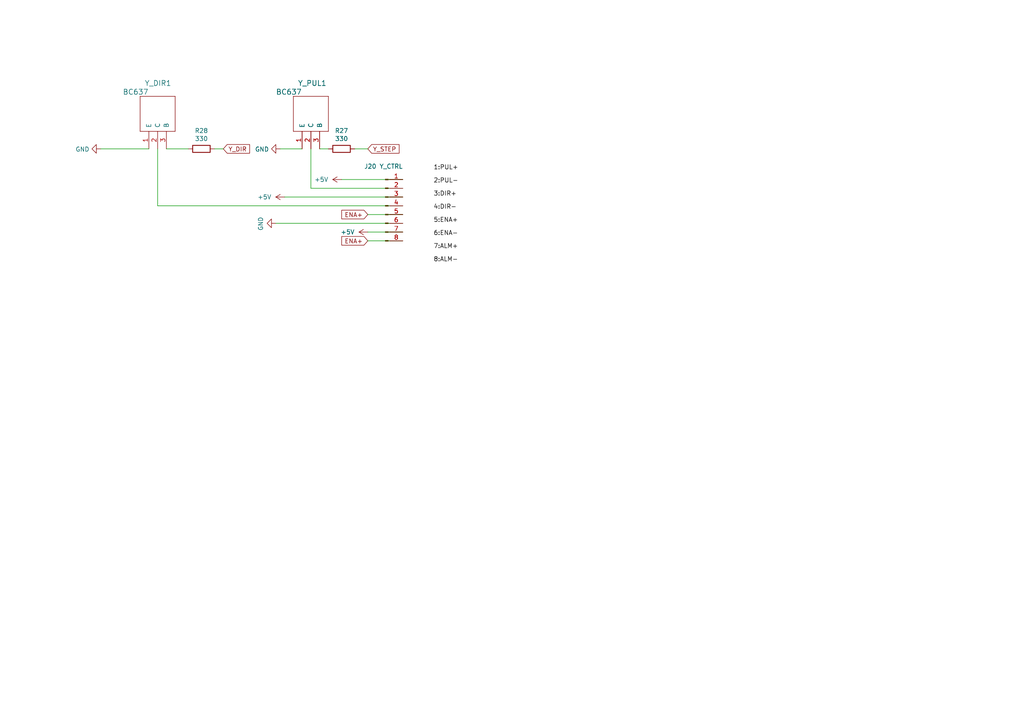
<source format=kicad_sch>
(kicad_sch (version 20211123) (generator eeschema)
  (paper "A4")
  (lib_symbols
    (symbol "Connector:Conn_01x08_Male" (pin_names (offset 1.016) hide)
      (property "Reference" "J" (at 0 10.16 0))
      (property "Value" "Conn_01x08_Male" (at 0 -12.7 0))
      (symbol "Conn_01x08_Male_1_1"
        (polyline (pts (xy 1.27 -10.16) (xy 0.8636 -10.16)) (stroke (width 0.1524)))
        (polyline (pts (xy 1.27 -7.62) (xy 0.8636 -7.62)) (stroke (width 0.1524)))
        (polyline (pts (xy 1.27 -5.08) (xy 0.8636 -5.08)) (stroke (width 0.1524)))
        (polyline (pts (xy 1.27 -2.54) (xy 0.8636 -2.54)) (stroke (width 0.1524)))
        (polyline (pts (xy 1.27 0) (xy 0.8636 0)) (stroke (width 0.1524)))
        (polyline (pts (xy 1.27 2.54) (xy 0.8636 2.54)) (stroke (width 0.1524)))
        (polyline (pts (xy 1.27 5.08) (xy 0.8636 5.08)) (stroke (width 0.1524)))
        (polyline (pts (xy 1.27 7.62) (xy 0.8636 7.62)) (stroke (width 0.1524)))
        (rectangle (start 0.8636 -10.033) (end 0 -10.287) (stroke (width 0.1524)) (fill (type outline)))
        (rectangle (start 0.8636 -7.493) (end 0 -7.747) (stroke (width 0.1524)) (fill (type outline)))
        (rectangle (start 0.8636 -4.953) (end 0 -5.207) (stroke (width 0.1524)) (fill (type outline)))
        (rectangle (start 0.8636 -2.413) (end 0 -2.667) (stroke (width 0.1524)) (fill (type outline)))
        (rectangle (start 0.8636 0.127) (end 0 -0.127) (stroke (width 0.1524)) (fill (type outline)))
        (rectangle (start 0.8636 2.667) (end 0 2.413) (stroke (width 0.1524)) (fill (type outline)))
        (rectangle (start 0.8636 5.207) (end 0 4.953) (stroke (width 0.1524)) (fill (type outline)))
        (rectangle (start 0.8636 7.747) (end 0 7.493) (stroke (width 0.1524)) (fill (type outline)))
        (pin passive line (at 5.08 7.62 180) (length 3.81) (name "Pin_1") (number "1"))
        (pin passive line (at 5.08 5.08 180) (length 3.81) (name "Pin_2") (number "2"))
        (pin passive line (at 5.08 2.54 180) (length 3.81) (name "Pin_3") (number "3"))
        (pin passive line (at 5.08 0 180) (length 3.81) (name "Pin_4") (number "4"))
        (pin passive line (at 5.08 -2.54 180) (length 3.81) (name "Pin_5") (number "5"))
        (pin passive line (at 5.08 -5.08 180) (length 3.81) (name "Pin_6") (number "6"))
        (pin passive line (at 5.08 -7.62 180) (length 3.81) (name "Pin_7") (number "7"))
        (pin passive line (at 5.08 -10.16 180) (length 3.81) (name "Pin_8") (number "8"))
      )
    )
    (symbol "Device:R" (pin_numbers hide) (pin_names (offset 0))
      (property "Reference" "R" (at 2.032 0 90))
      (property "Value" "R" (at 0 0 90))
      (symbol "R_0_1"
        (rectangle (start -1.016 -2.54) (end 1.016 2.54) (stroke (width 0.254)))
      )
      (symbol "R_1_1"
        (pin passive line (at 0 3.81 270) (length 1.27) (name "~") (number "1"))
        (pin passive line (at 0 -3.81 90) (length 1.27) (name "~") (number "2"))
      )
    )
    (symbol "cncBord3-rescue:BC637-slydif_standard" (pin_names (offset 1.016))
      (property "Reference" "U" (at 16.51 7.62 0))
      (property "Value" "BC637-slydif_standard" (at 16.51 5.08 0))
      (symbol "BC637-slydif_standard_1_0"
        (polyline (pts (xy 5.08 2.54) (xy 5.08 -7.62)))
        (polyline (pts (xy 5.08 2.54) (xy 15.24 2.54)))
        (polyline (pts (xy 15.24 -7.62) (xy 5.08 -7.62)))
        (polyline (pts (xy 15.24 -7.62) (xy 15.24 2.54)))
        (pin bidirectional line (at 0 0 0) (length 5.08) (name "E") (number "1"))
        (pin bidirectional line (at 0 -2.54 0) (length 5.08) (name "C") (number "2"))
        (pin bidirectional line (at 0 -5.08 0) (length 5.08) (name "B") (number "3"))
      )
    )
    (symbol "power:+5V" (power) (pin_names (offset 0))
      (property "Value" "+5V" (at 0 3.556 0))
      (symbol "+5V_0_1"
        (polyline (pts (xy -0.762 1.27) (xy 0 2.54)))
        (polyline (pts (xy 0 0) (xy 0 2.54)))
        (polyline (pts (xy 0 2.54) (xy 0.762 1.27)))
      )
      (symbol "+5V_1_1"
        (pin power_in line (at 0 0 90) (length 0) hide (name "+5V") (number "1"))
      )
    )
    (symbol "power:GND" (power) (pin_names (offset 0))
      (property "Value" "GND" (at 0 -3.81 0))
      (symbol "GND_0_1"
        (polyline (pts (xy 0 0) (xy 0 -1.27) (xy 1.27 -1.27) (xy 0 -2.54) (xy -1.27 -1.27) (xy 0 -1.27)))
      )
      (symbol "GND_1_1"
        (pin power_in line (at 0 0 270) (length 0) hide (name "GND") (number "1"))
      )
    )
  )
  (wire (pts (xy 90.17 54.61) (xy 116.84 54.61)))
  (wire (pts (xy 106.68 69.85) (xy 116.84 69.85)))
  (wire (pts (xy 95.25 43.18) (xy 92.71 43.18)))
  (wire (pts (xy 99.06 52.07) (xy 116.84 52.07)))
  (wire (pts (xy 106.68 62.23) (xy 116.84 62.23)))
  (wire (pts (xy 87.63 43.18) (xy 81.28 43.18)))
  (wire (pts (xy 102.87 43.18) (xy 106.68 43.18)))
  (wire (pts (xy 82.55 57.15) (xy 116.84 57.15)))
  (wire (pts (xy 106.68 67.31) (xy 116.84 67.31)))
  (wire (pts (xy 45.72 59.69) (xy 116.84 59.69)))
  (wire (pts (xy 29.21 43.18) (xy 43.18 43.18)))
  (wire (pts (xy 90.17 54.61) (xy 90.17 43.18)))
  (wire (pts (xy 80.01 64.77) (xy 116.84 64.77)))
  (wire (pts (xy 54.61 43.18) (xy 48.26 43.18)))
  (wire (pts (xy 64.77 43.18) (xy 62.23 43.18)))
  (wire (pts (xy 45.72 59.69) (xy 45.72 43.18)))
  (label "7:ALM+" (at 125.73 72.39 0))
  (label "2:PUL-" (at 125.73 53.34 0))
  (label "4:DIR-" (at 125.73 60.96 0))
  (label "1:PUL+" (at 125.73 49.53 0))
  (label "5:ENA+" (at 125.73 64.77 0))
  (label "6:ENA-" (at 125.73 68.58 0))
  (label "8:ALM-" (at 125.73 76.2 0))
  (label "3:DIR+" (at 125.73 57.15 0))
  (global_label "ENA+" (shape input) (at 106.68 62.23 180) (property "Intersheet References" "${INTERSHEET_REFS}" (effects hide)))
  (global_label "ENA+" (shape input) (at 106.68 69.85 180) (property "Intersheet References" "${INTERSHEET_REFS}" (effects hide)))
  (global_label "Y_STEP" (shape input) (at 106.68 43.18 0) (property "Intersheet References" "${INTERSHEET_REFS}" (effects hide)))
  (global_label "Y_DIR" (shape input) (at 64.77 43.18 0) (property "Intersheet References" "${INTERSHEET_REFS}" (effects hide)))
  (symbol (lib_id "power:GND") (at 80.01 64.77 270) (unit 1)
    (property "Reference" "#PWR0132" (effects hide))
    (property "Value" "GND" (at 75.6158 64.897 0))
  )
  (symbol (lib_id "power:GND") (at 81.28 43.18 270) (unit 1)
    (property "Reference" "#PWR0134" (effects hide))
    (property "Value" "GND" (at 78.0288 43.307 90) (effects (justify right)))
  )
  (symbol (lib_id "Connector:Conn_01x08_Male") (at 111.76 59.69 0) (unit 1)
    (property "Reference" "J20" (at 109.22 48.26 0) (effects (justify right)))
    (property "Value" "Y_CTRL" (at 116.84 48.26 0) (effects (justify right)))
    (property "Footprint" "Connector_JST:JST_EH_B8B-EH-A_1x08_P2.50mm_Vertical" (effects hide))
  )
  (symbol (lib_id "power:GND") (at 29.21 43.18 270) (unit 1)
    (property "Reference" "#PWR0135" (effects hide))
    (property "Value" "GND" (at 25.9588 43.307 90) (effects (justify right)))
  )
  (symbol (lib_id "Device:R") (at 58.42 43.18 270) (unit 1)
    (property "Reference" "R28" (at 58.42 37.9222 90))
    (property "Value" "330" (at 58.42 40.2336 90))
    (property "Footprint" "Resistor_SMD:R_1210_3225Metric_Pad1.30x2.65mm_HandSolder" (effects hide))
  )
  (symbol (lib_id "Device:R") (at 99.06 43.18 270) (unit 1)
    (property "Reference" "R27" (at 99.06 37.9222 90))
    (property "Value" "330" (at 99.06 40.2336 90))
    (property "Footprint" "Resistor_SMD:R_1210_3225Metric_Pad1.30x2.65mm_HandSolder" (effects hide))
  )
  (symbol (lib_id "power:+5V") (at 99.06 52.07 90) (unit 1)
    (property "Reference" "#PWR0133" (effects hide))
    (property "Value" "+5V" (at 95.25 52.0699 90) (effects (justify left)))
  )
  (symbol (lib_id "cncBord3-rescue:BC637-slydif_standard") (at 43.18 43.18 90) (unit 1)
    (property "Reference" "Y_DIR1" (at 41.91 24.13 90) (effects (font (size 1.4986 1.4986)) (justify right)))
    (property "Value" "BC637" (at 35.56 26.67 90) (effects (font (size 1.4986 1.4986)) (justify right)))
    (property "Footprint" "Package_TO_SOT_THT:TO-92_HandSolder" (effects hide))
  )
  (symbol (lib_id "cncBord3-rescue:BC637-slydif_standard") (at 87.63 43.18 90) (unit 1)
    (property "Reference" "Y_PUL1" (at 86.36 24.13 90) (effects (font (size 1.4986 1.4986)) (justify right)))
    (property "Value" "BC637" (at 80.01 26.67 90) (effects (font (size 1.4986 1.4986)) (justify right)))
    (property "Footprint" "Package_TO_SOT_THT:TO-92_HandSolder" (effects hide))
  )
  (symbol (lib_id "power:+5V") (at 106.68 67.31 90) (unit 1)
    (property "Reference" "#PWR0201" (effects hide))
    (property "Value" "+5V" (at 102.87 67.3099 90) (effects (justify left)))
  )
  (symbol (lib_id "power:+5V") (at 82.55 57.15 90) (unit 1)
    (property "Reference" "#PWR0136" (effects hide))
    (property "Value" "+5V" (at 78.74 57.1499 90) (effects (justify left)))
  )
)
</source>
